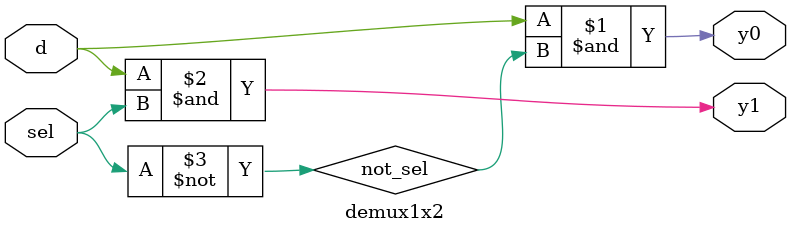
<source format=v>
module demux1x2 (input d, sel, output y0, y1);
    wire not_sel;
    not (not_sel, sel);
    and (y0, d, not_sel);
    and (y1, d, sel);
endmodule

</source>
